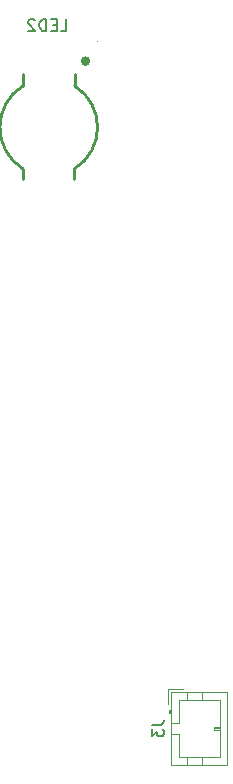
<source format=gbr>
%TF.GenerationSoftware,KiCad,Pcbnew,8.0.0*%
%TF.CreationDate,2024-03-03T22:06:13+01:00*%
%TF.ProjectId,Blinky,426c696e-6b79-42e6-9b69-6361645f7063,rev?*%
%TF.SameCoordinates,Original*%
%TF.FileFunction,Legend,Bot*%
%TF.FilePolarity,Positive*%
%FSLAX46Y46*%
G04 Gerber Fmt 4.6, Leading zero omitted, Abs format (unit mm)*
G04 Created by KiCad (PCBNEW 8.0.0) date 2024-03-03 22:06:13*
%MOMM*%
%LPD*%
G01*
G04 APERTURE LIST*
%ADD10C,0.150000*%
%ADD11C,0.120000*%
%ADD12C,0.254000*%
%ADD13C,0.400000*%
%ADD14C,0.059995*%
G04 APERTURE END LIST*
D10*
X161054819Y-104466666D02*
X161769104Y-104466666D01*
X161769104Y-104466666D02*
X161911961Y-104419047D01*
X161911961Y-104419047D02*
X162007200Y-104323809D01*
X162007200Y-104323809D02*
X162054819Y-104180952D01*
X162054819Y-104180952D02*
X162054819Y-104085714D01*
X161054819Y-104847619D02*
X161054819Y-105466666D01*
X161054819Y-105466666D02*
X161435771Y-105133333D01*
X161435771Y-105133333D02*
X161435771Y-105276190D01*
X161435771Y-105276190D02*
X161483390Y-105371428D01*
X161483390Y-105371428D02*
X161531009Y-105419047D01*
X161531009Y-105419047D02*
X161626247Y-105466666D01*
X161626247Y-105466666D02*
X161864342Y-105466666D01*
X161864342Y-105466666D02*
X161959580Y-105419047D01*
X161959580Y-105419047D02*
X162007200Y-105371428D01*
X162007200Y-105371428D02*
X162054819Y-105276190D01*
X162054819Y-105276190D02*
X162054819Y-104990476D01*
X162054819Y-104990476D02*
X162007200Y-104895238D01*
X162007200Y-104895238D02*
X161959580Y-104847619D01*
X153319047Y-45754946D02*
X153795237Y-45754946D01*
X153795237Y-45754946D02*
X153795237Y-44754946D01*
X152985713Y-45231136D02*
X152652380Y-45231136D01*
X152509523Y-45754946D02*
X152985713Y-45754946D01*
X152985713Y-45754946D02*
X152985713Y-44754946D01*
X152985713Y-44754946D02*
X152509523Y-44754946D01*
X152080951Y-45754946D02*
X152080951Y-44754946D01*
X152080951Y-44754946D02*
X151842856Y-44754946D01*
X151842856Y-44754946D02*
X151699999Y-44802565D01*
X151699999Y-44802565D02*
X151604761Y-44897803D01*
X151604761Y-44897803D02*
X151557142Y-44993041D01*
X151557142Y-44993041D02*
X151509523Y-45183517D01*
X151509523Y-45183517D02*
X151509523Y-45326374D01*
X151509523Y-45326374D02*
X151557142Y-45516850D01*
X151557142Y-45516850D02*
X151604761Y-45612088D01*
X151604761Y-45612088D02*
X151699999Y-45707327D01*
X151699999Y-45707327D02*
X151842856Y-45754946D01*
X151842856Y-45754946D02*
X152080951Y-45754946D01*
X151128570Y-44850184D02*
X151080951Y-44802565D01*
X151080951Y-44802565D02*
X150985713Y-44754946D01*
X150985713Y-44754946D02*
X150747618Y-44754946D01*
X150747618Y-44754946D02*
X150652380Y-44802565D01*
X150652380Y-44802565D02*
X150604761Y-44850184D01*
X150604761Y-44850184D02*
X150557142Y-44945422D01*
X150557142Y-44945422D02*
X150557142Y-45040660D01*
X150557142Y-45040660D02*
X150604761Y-45183517D01*
X150604761Y-45183517D02*
X151176189Y-45754946D01*
X151176189Y-45754946D02*
X150557142Y-45754946D01*
D11*
%TO.C,J3*%
X162390000Y-101440000D02*
X163640000Y-101440000D01*
X162390000Y-102690000D02*
X162390000Y-101440000D01*
X162490000Y-103200000D02*
X162690000Y-103200000D01*
X162490000Y-103500000D02*
X162490000Y-103200000D01*
X162590000Y-103500000D02*
X162590000Y-103200000D01*
X162690000Y-101740000D02*
X167410000Y-101740000D01*
X162690000Y-103500000D02*
X162490000Y-103500000D01*
X162690000Y-104300000D02*
X163300000Y-104300000D01*
X162690000Y-107860000D02*
X162690000Y-101740000D01*
X163300000Y-102350000D02*
X166800000Y-102350000D01*
X163300000Y-104300000D02*
X163300000Y-102350000D01*
X163300000Y-105300000D02*
X162690000Y-105300000D01*
X163300000Y-107250000D02*
X163300000Y-105300000D01*
X164000000Y-101740000D02*
X164000000Y-102350000D01*
X164000000Y-107860000D02*
X164000000Y-107250000D01*
X165300000Y-101740000D02*
X165300000Y-102350000D01*
X165300000Y-107860000D02*
X165300000Y-107250000D01*
X166300000Y-104700000D02*
X166300000Y-104900000D01*
X166300000Y-104900000D02*
X166800000Y-104900000D01*
X166800000Y-102350000D02*
X166800000Y-107250000D01*
X166800000Y-104700000D02*
X166300000Y-104700000D01*
X166800000Y-104800000D02*
X166300000Y-104800000D01*
X166800000Y-107250000D02*
X163300000Y-107250000D01*
X167410000Y-101740000D02*
X167410000Y-107860000D01*
X167410000Y-107860000D02*
X162690000Y-107860000D01*
D12*
%TO.C,LED2*%
X150100076Y-58300051D02*
X150100076Y-57400203D01*
X150144399Y-49400051D02*
X150144399Y-50372720D01*
X154455601Y-58300051D02*
X154455601Y-57427534D01*
X154499924Y-49400051D02*
X154499924Y-50400051D01*
X150100075Y-57400204D02*
G75*
G02*
X150144399Y-50372720I2200002J3500006D01*
G01*
X154499925Y-50400050D02*
G75*
G02*
X154455601Y-57427534I-2200002J-3500006D01*
G01*
D13*
X155599720Y-48300178D02*
G75*
G02*
X155199924Y-48300178I-199898J0D01*
G01*
X155199924Y-48300178D02*
G75*
G02*
X155599720Y-48300178I199898J0D01*
G01*
D14*
X156459766Y-46650191D02*
G75*
G02*
X156399822Y-46650191I-29972J0D01*
G01*
X156399822Y-46650191D02*
G75*
G02*
X156459766Y-46650191I29972J0D01*
G01*
%TD*%
M02*

</source>
